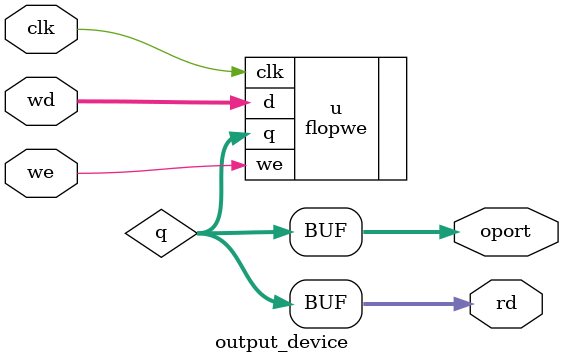
<source format=v>
`default_nettype none

module input_device(
  input wire          clk,  // not effective
  input wire          we,   // not effective
  //
  input wire  [31:0]  wd,   // not effective
  output wire [31:0]  rd,
  //
  input wire  [31:0]  iport
  );
  
  assign rd = iport;

endmodule


module output_device(
  input wire          clk,
  input wire          we,
  //
  input wire  [31:0]  wd,
  output wire [31:0]  rd,
  //
  output wire [31:0]  oport
  );
  wire [31:0] q;
    
  flopwe #(32) u(
    .clk(clk),
    .we(we),
    .d(wd),
    .q(q)
    );
    
    assign rd = q;
    assign oport = q;

endmodule

</source>
